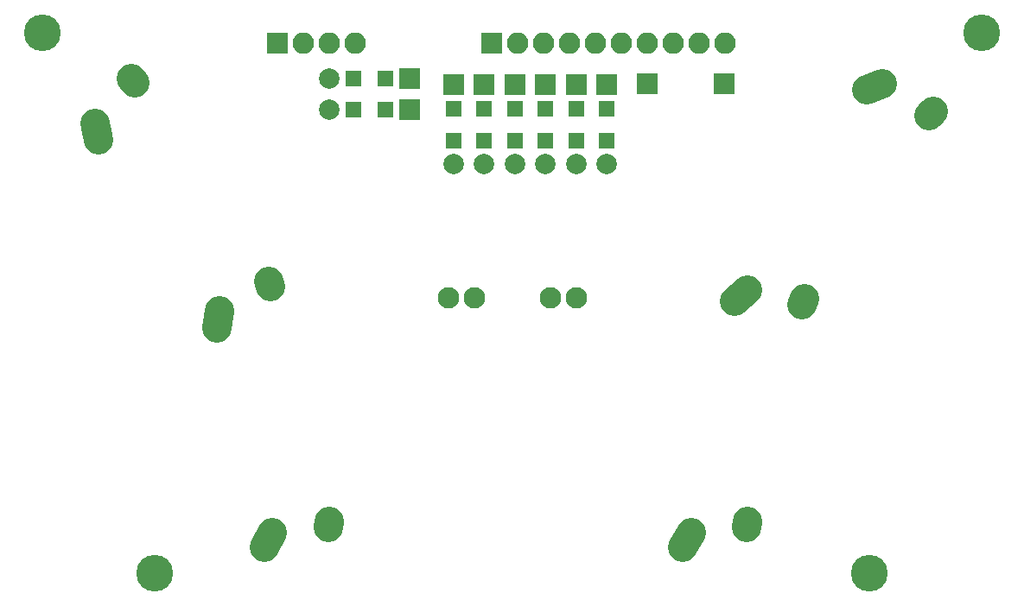
<source format=gbr>
G04 #@! TF.FileFunction,Soldermask,Top*
%FSLAX46Y46*%
G04 Gerber Fmt 4.6, Leading zero omitted, Abs format (unit mm)*
G04 Created by KiCad (PCBNEW 4.0.7) date 12/09/17 16:09:34*
%MOMM*%
%LPD*%
G01*
G04 APERTURE LIST*
%ADD10C,0.100000*%
%ADD11C,3.600000*%
%ADD12R,1.600000X1.600000*%
%ADD13R,2.000000X2.000000*%
%ADD14C,2.000000*%
%ADD15R,2.100000X2.100000*%
%ADD16O,2.100000X2.100000*%
%ADD17C,2.900000*%
%ADD18C,2.100000*%
G04 APERTURE END LIST*
D10*
D11*
X115000000Y-87000000D03*
D12*
X144250000Y-44575000D03*
X144250000Y-41425000D03*
D13*
X144250000Y-39100000D03*
D14*
X144250000Y-46900000D03*
D12*
X150250000Y-44575000D03*
X150250000Y-41425000D03*
D13*
X150250000Y-39100000D03*
D14*
X150250000Y-46900000D03*
D12*
X156250000Y-44575000D03*
X156250000Y-41425000D03*
D13*
X156250000Y-39100000D03*
D14*
X156250000Y-46900000D03*
D12*
X147250000Y-44575000D03*
X147250000Y-41425000D03*
D13*
X147250000Y-39100000D03*
D14*
X147250000Y-46900000D03*
D12*
X153250000Y-44575000D03*
X153250000Y-41425000D03*
D13*
X153250000Y-39100000D03*
D14*
X153250000Y-46900000D03*
D12*
X159250000Y-44575000D03*
X159250000Y-41425000D03*
D13*
X159250000Y-39100000D03*
D14*
X159250000Y-46900000D03*
D15*
X148000000Y-35000000D03*
D16*
X150540000Y-35000000D03*
X153080000Y-35000000D03*
X155620000Y-35000000D03*
X158160000Y-35000000D03*
X160700000Y-35000000D03*
X163240000Y-35000000D03*
X165780000Y-35000000D03*
X168320000Y-35000000D03*
X170860000Y-35000000D03*
D17*
X109131093Y-42863929D02*
X109448313Y-44503523D01*
X112680612Y-38476505D02*
X113022346Y-38945139D01*
X121313283Y-61267179D02*
X121050599Y-62916389D01*
X126149328Y-58358356D02*
X126310170Y-58915608D01*
X126500453Y-83000046D02*
X125689547Y-84459954D01*
X132039724Y-81920672D02*
X132000276Y-82499328D01*
X186273334Y-39007786D02*
X184713734Y-39604900D01*
X191210472Y-41741512D02*
X190808298Y-42159432D01*
X173049412Y-59215368D02*
X171788092Y-60309886D01*
X178623793Y-60095629D02*
X178388811Y-60625897D01*
X167500453Y-83000046D02*
X166689547Y-84459954D01*
X173039724Y-81920672D02*
X173000276Y-82499328D01*
D11*
X196000000Y-34000000D03*
X185000000Y-87000000D03*
X104000000Y-34000000D03*
D18*
X146270000Y-60000000D03*
X143730000Y-60000000D03*
X156270000Y-60000000D03*
X153730000Y-60000000D03*
D12*
X134425000Y-41500000D03*
X137575000Y-41500000D03*
D13*
X139900000Y-41500000D03*
D14*
X132100000Y-41500000D03*
D12*
X134425000Y-38500000D03*
X137575000Y-38500000D03*
D13*
X139900000Y-38500000D03*
D14*
X132100000Y-38500000D03*
D15*
X127000000Y-35000000D03*
D16*
X129540000Y-35000000D03*
X132080000Y-35000000D03*
X134620000Y-35000000D03*
D15*
X163250000Y-39000000D03*
X170750000Y-39000000D03*
M02*

</source>
